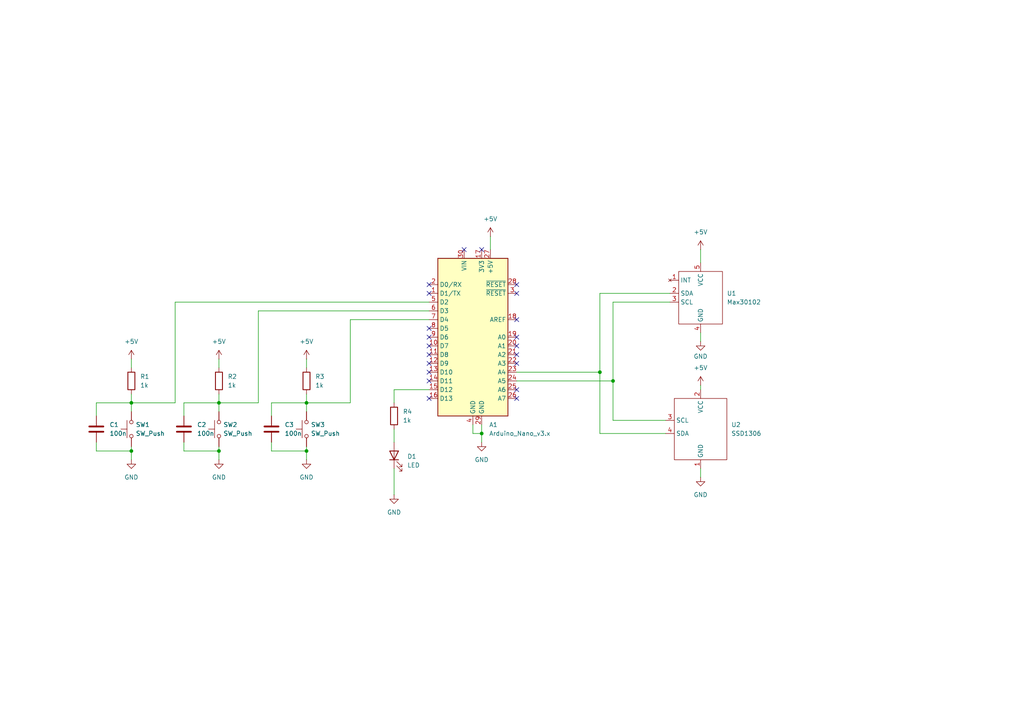
<source format=kicad_sch>
(kicad_sch
	(version 20250114)
	(generator "eeschema")
	(generator_version "9.0")
	(uuid "122d571e-021f-4d74-8d9d-568556bda226")
	(paper "A4")
	(lib_symbols
		(symbol "Device:C"
			(pin_numbers
				(hide yes)
			)
			(pin_names
				(offset 0.254)
			)
			(exclude_from_sim no)
			(in_bom yes)
			(on_board yes)
			(property "Reference" "C"
				(at 0.635 2.54 0)
				(effects
					(font
						(size 1.27 1.27)
					)
					(justify left)
				)
			)
			(property "Value" "C"
				(at 0.635 -2.54 0)
				(effects
					(font
						(size 1.27 1.27)
					)
					(justify left)
				)
			)
			(property "Footprint" ""
				(at 0.9652 -3.81 0)
				(effects
					(font
						(size 1.27 1.27)
					)
					(hide yes)
				)
			)
			(property "Datasheet" "~"
				(at 0 0 0)
				(effects
					(font
						(size 1.27 1.27)
					)
					(hide yes)
				)
			)
			(property "Description" "Unpolarized capacitor"
				(at 0 0 0)
				(effects
					(font
						(size 1.27 1.27)
					)
					(hide yes)
				)
			)
			(property "ki_keywords" "cap capacitor"
				(at 0 0 0)
				(effects
					(font
						(size 1.27 1.27)
					)
					(hide yes)
				)
			)
			(property "ki_fp_filters" "C_*"
				(at 0 0 0)
				(effects
					(font
						(size 1.27 1.27)
					)
					(hide yes)
				)
			)
			(symbol "C_0_1"
				(polyline
					(pts
						(xy -2.032 0.762) (xy 2.032 0.762)
					)
					(stroke
						(width 0.508)
						(type default)
					)
					(fill
						(type none)
					)
				)
				(polyline
					(pts
						(xy -2.032 -0.762) (xy 2.032 -0.762)
					)
					(stroke
						(width 0.508)
						(type default)
					)
					(fill
						(type none)
					)
				)
			)
			(symbol "C_1_1"
				(pin passive line
					(at 0 3.81 270)
					(length 2.794)
					(name "~"
						(effects
							(font
								(size 1.27 1.27)
							)
						)
					)
					(number "1"
						(effects
							(font
								(size 1.27 1.27)
							)
						)
					)
				)
				(pin passive line
					(at 0 -3.81 90)
					(length 2.794)
					(name "~"
						(effects
							(font
								(size 1.27 1.27)
							)
						)
					)
					(number "2"
						(effects
							(font
								(size 1.27 1.27)
							)
						)
					)
				)
			)
			(embedded_fonts no)
		)
		(symbol "Device:LED"
			(pin_numbers
				(hide yes)
			)
			(pin_names
				(offset 1.016)
				(hide yes)
			)
			(exclude_from_sim no)
			(in_bom yes)
			(on_board yes)
			(property "Reference" "D"
				(at 0 2.54 0)
				(effects
					(font
						(size 1.27 1.27)
					)
				)
			)
			(property "Value" "LED"
				(at 0 -2.54 0)
				(effects
					(font
						(size 1.27 1.27)
					)
				)
			)
			(property "Footprint" ""
				(at 0 0 0)
				(effects
					(font
						(size 1.27 1.27)
					)
					(hide yes)
				)
			)
			(property "Datasheet" "~"
				(at 0 0 0)
				(effects
					(font
						(size 1.27 1.27)
					)
					(hide yes)
				)
			)
			(property "Description" "Light emitting diode"
				(at 0 0 0)
				(effects
					(font
						(size 1.27 1.27)
					)
					(hide yes)
				)
			)
			(property "Sim.Pins" "1=K 2=A"
				(at 0 0 0)
				(effects
					(font
						(size 1.27 1.27)
					)
					(hide yes)
				)
			)
			(property "ki_keywords" "LED diode"
				(at 0 0 0)
				(effects
					(font
						(size 1.27 1.27)
					)
					(hide yes)
				)
			)
			(property "ki_fp_filters" "LED* LED_SMD:* LED_THT:*"
				(at 0 0 0)
				(effects
					(font
						(size 1.27 1.27)
					)
					(hide yes)
				)
			)
			(symbol "LED_0_1"
				(polyline
					(pts
						(xy -3.048 -0.762) (xy -4.572 -2.286) (xy -3.81 -2.286) (xy -4.572 -2.286) (xy -4.572 -1.524)
					)
					(stroke
						(width 0)
						(type default)
					)
					(fill
						(type none)
					)
				)
				(polyline
					(pts
						(xy -1.778 -0.762) (xy -3.302 -2.286) (xy -2.54 -2.286) (xy -3.302 -2.286) (xy -3.302 -1.524)
					)
					(stroke
						(width 0)
						(type default)
					)
					(fill
						(type none)
					)
				)
				(polyline
					(pts
						(xy -1.27 0) (xy 1.27 0)
					)
					(stroke
						(width 0)
						(type default)
					)
					(fill
						(type none)
					)
				)
				(polyline
					(pts
						(xy -1.27 -1.27) (xy -1.27 1.27)
					)
					(stroke
						(width 0.254)
						(type default)
					)
					(fill
						(type none)
					)
				)
				(polyline
					(pts
						(xy 1.27 -1.27) (xy 1.27 1.27) (xy -1.27 0) (xy 1.27 -1.27)
					)
					(stroke
						(width 0.254)
						(type default)
					)
					(fill
						(type none)
					)
				)
			)
			(symbol "LED_1_1"
				(pin passive line
					(at -3.81 0 0)
					(length 2.54)
					(name "K"
						(effects
							(font
								(size 1.27 1.27)
							)
						)
					)
					(number "1"
						(effects
							(font
								(size 1.27 1.27)
							)
						)
					)
				)
				(pin passive line
					(at 3.81 0 180)
					(length 2.54)
					(name "A"
						(effects
							(font
								(size 1.27 1.27)
							)
						)
					)
					(number "2"
						(effects
							(font
								(size 1.27 1.27)
							)
						)
					)
				)
			)
			(embedded_fonts no)
		)
		(symbol "Device:R"
			(pin_numbers
				(hide yes)
			)
			(pin_names
				(offset 0)
			)
			(exclude_from_sim no)
			(in_bom yes)
			(on_board yes)
			(property "Reference" "R"
				(at 2.032 0 90)
				(effects
					(font
						(size 1.27 1.27)
					)
				)
			)
			(property "Value" "R"
				(at 0 0 90)
				(effects
					(font
						(size 1.27 1.27)
					)
				)
			)
			(property "Footprint" ""
				(at -1.778 0 90)
				(effects
					(font
						(size 1.27 1.27)
					)
					(hide yes)
				)
			)
			(property "Datasheet" "~"
				(at 0 0 0)
				(effects
					(font
						(size 1.27 1.27)
					)
					(hide yes)
				)
			)
			(property "Description" "Resistor"
				(at 0 0 0)
				(effects
					(font
						(size 1.27 1.27)
					)
					(hide yes)
				)
			)
			(property "ki_keywords" "R res resistor"
				(at 0 0 0)
				(effects
					(font
						(size 1.27 1.27)
					)
					(hide yes)
				)
			)
			(property "ki_fp_filters" "R_*"
				(at 0 0 0)
				(effects
					(font
						(size 1.27 1.27)
					)
					(hide yes)
				)
			)
			(symbol "R_0_1"
				(rectangle
					(start -1.016 -2.54)
					(end 1.016 2.54)
					(stroke
						(width 0.254)
						(type default)
					)
					(fill
						(type none)
					)
				)
			)
			(symbol "R_1_1"
				(pin passive line
					(at 0 3.81 270)
					(length 1.27)
					(name "~"
						(effects
							(font
								(size 1.27 1.27)
							)
						)
					)
					(number "1"
						(effects
							(font
								(size 1.27 1.27)
							)
						)
					)
				)
				(pin passive line
					(at 0 -3.81 90)
					(length 1.27)
					(name "~"
						(effects
							(font
								(size 1.27 1.27)
							)
						)
					)
					(number "2"
						(effects
							(font
								(size 1.27 1.27)
							)
						)
					)
				)
			)
			(embedded_fonts no)
		)
		(symbol "MCU_Module:Arduino_Nano_v3.x"
			(exclude_from_sim no)
			(in_bom yes)
			(on_board yes)
			(property "Reference" "A"
				(at -10.16 23.495 0)
				(effects
					(font
						(size 1.27 1.27)
					)
					(justify left bottom)
				)
			)
			(property "Value" "Arduino_Nano_v3.x"
				(at 5.08 -24.13 0)
				(effects
					(font
						(size 1.27 1.27)
					)
					(justify left top)
				)
			)
			(property "Footprint" "Module:Arduino_Nano"
				(at 0 0 0)
				(effects
					(font
						(size 1.27 1.27)
						(italic yes)
					)
					(hide yes)
				)
			)
			(property "Datasheet" "http://www.mouser.com/pdfdocs/Gravitech_Arduino_Nano3_0.pdf"
				(at 0 0 0)
				(effects
					(font
						(size 1.27 1.27)
					)
					(hide yes)
				)
			)
			(property "Description" "Arduino Nano v3.x"
				(at 0 0 0)
				(effects
					(font
						(size 1.27 1.27)
					)
					(hide yes)
				)
			)
			(property "ki_keywords" "Arduino nano microcontroller module USB"
				(at 0 0 0)
				(effects
					(font
						(size 1.27 1.27)
					)
					(hide yes)
				)
			)
			(property "ki_fp_filters" "Arduino*Nano*"
				(at 0 0 0)
				(effects
					(font
						(size 1.27 1.27)
					)
					(hide yes)
				)
			)
			(symbol "Arduino_Nano_v3.x_0_1"
				(rectangle
					(start -10.16 22.86)
					(end 10.16 -22.86)
					(stroke
						(width 0.254)
						(type default)
					)
					(fill
						(type background)
					)
				)
			)
			(symbol "Arduino_Nano_v3.x_1_1"
				(pin bidirectional line
					(at -12.7 15.24 0)
					(length 2.54)
					(name "D0/RX"
						(effects
							(font
								(size 1.27 1.27)
							)
						)
					)
					(number "2"
						(effects
							(font
								(size 1.27 1.27)
							)
						)
					)
				)
				(pin bidirectional line
					(at -12.7 12.7 0)
					(length 2.54)
					(name "D1/TX"
						(effects
							(font
								(size 1.27 1.27)
							)
						)
					)
					(number "1"
						(effects
							(font
								(size 1.27 1.27)
							)
						)
					)
				)
				(pin bidirectional line
					(at -12.7 10.16 0)
					(length 2.54)
					(name "D2"
						(effects
							(font
								(size 1.27 1.27)
							)
						)
					)
					(number "5"
						(effects
							(font
								(size 1.27 1.27)
							)
						)
					)
				)
				(pin bidirectional line
					(at -12.7 7.62 0)
					(length 2.54)
					(name "D3"
						(effects
							(font
								(size 1.27 1.27)
							)
						)
					)
					(number "6"
						(effects
							(font
								(size 1.27 1.27)
							)
						)
					)
				)
				(pin bidirectional line
					(at -12.7 5.08 0)
					(length 2.54)
					(name "D4"
						(effects
							(font
								(size 1.27 1.27)
							)
						)
					)
					(number "7"
						(effects
							(font
								(size 1.27 1.27)
							)
						)
					)
				)
				(pin bidirectional line
					(at -12.7 2.54 0)
					(length 2.54)
					(name "D5"
						(effects
							(font
								(size 1.27 1.27)
							)
						)
					)
					(number "8"
						(effects
							(font
								(size 1.27 1.27)
							)
						)
					)
				)
				(pin bidirectional line
					(at -12.7 0 0)
					(length 2.54)
					(name "D6"
						(effects
							(font
								(size 1.27 1.27)
							)
						)
					)
					(number "9"
						(effects
							(font
								(size 1.27 1.27)
							)
						)
					)
				)
				(pin bidirectional line
					(at -12.7 -2.54 0)
					(length 2.54)
					(name "D7"
						(effects
							(font
								(size 1.27 1.27)
							)
						)
					)
					(number "10"
						(effects
							(font
								(size 1.27 1.27)
							)
						)
					)
				)
				(pin bidirectional line
					(at -12.7 -5.08 0)
					(length 2.54)
					(name "D8"
						(effects
							(font
								(size 1.27 1.27)
							)
						)
					)
					(number "11"
						(effects
							(font
								(size 1.27 1.27)
							)
						)
					)
				)
				(pin bidirectional line
					(at -12.7 -7.62 0)
					(length 2.54)
					(name "D9"
						(effects
							(font
								(size 1.27 1.27)
							)
						)
					)
					(number "12"
						(effects
							(font
								(size 1.27 1.27)
							)
						)
					)
				)
				(pin bidirectional line
					(at -12.7 -10.16 0)
					(length 2.54)
					(name "D10"
						(effects
							(font
								(size 1.27 1.27)
							)
						)
					)
					(number "13"
						(effects
							(font
								(size 1.27 1.27)
							)
						)
					)
				)
				(pin bidirectional line
					(at -12.7 -12.7 0)
					(length 2.54)
					(name "D11"
						(effects
							(font
								(size 1.27 1.27)
							)
						)
					)
					(number "14"
						(effects
							(font
								(size 1.27 1.27)
							)
						)
					)
				)
				(pin bidirectional line
					(at -12.7 -15.24 0)
					(length 2.54)
					(name "D12"
						(effects
							(font
								(size 1.27 1.27)
							)
						)
					)
					(number "15"
						(effects
							(font
								(size 1.27 1.27)
							)
						)
					)
				)
				(pin bidirectional line
					(at -12.7 -17.78 0)
					(length 2.54)
					(name "D13"
						(effects
							(font
								(size 1.27 1.27)
							)
						)
					)
					(number "16"
						(effects
							(font
								(size 1.27 1.27)
							)
						)
					)
				)
				(pin power_in line
					(at -2.54 25.4 270)
					(length 2.54)
					(name "VIN"
						(effects
							(font
								(size 1.27 1.27)
							)
						)
					)
					(number "30"
						(effects
							(font
								(size 1.27 1.27)
							)
						)
					)
				)
				(pin power_in line
					(at 0 -25.4 90)
					(length 2.54)
					(name "GND"
						(effects
							(font
								(size 1.27 1.27)
							)
						)
					)
					(number "4"
						(effects
							(font
								(size 1.27 1.27)
							)
						)
					)
				)
				(pin power_out line
					(at 2.54 25.4 270)
					(length 2.54)
					(name "3V3"
						(effects
							(font
								(size 1.27 1.27)
							)
						)
					)
					(number "17"
						(effects
							(font
								(size 1.27 1.27)
							)
						)
					)
				)
				(pin power_in line
					(at 2.54 -25.4 90)
					(length 2.54)
					(name "GND"
						(effects
							(font
								(size 1.27 1.27)
							)
						)
					)
					(number "29"
						(effects
							(font
								(size 1.27 1.27)
							)
						)
					)
				)
				(pin power_out line
					(at 5.08 25.4 270)
					(length 2.54)
					(name "+5V"
						(effects
							(font
								(size 1.27 1.27)
							)
						)
					)
					(number "27"
						(effects
							(font
								(size 1.27 1.27)
							)
						)
					)
				)
				(pin input line
					(at 12.7 15.24 180)
					(length 2.54)
					(name "~{RESET}"
						(effects
							(font
								(size 1.27 1.27)
							)
						)
					)
					(number "28"
						(effects
							(font
								(size 1.27 1.27)
							)
						)
					)
				)
				(pin input line
					(at 12.7 12.7 180)
					(length 2.54)
					(name "~{RESET}"
						(effects
							(font
								(size 1.27 1.27)
							)
						)
					)
					(number "3"
						(effects
							(font
								(size 1.27 1.27)
							)
						)
					)
				)
				(pin input line
					(at 12.7 5.08 180)
					(length 2.54)
					(name "AREF"
						(effects
							(font
								(size 1.27 1.27)
							)
						)
					)
					(number "18"
						(effects
							(font
								(size 1.27 1.27)
							)
						)
					)
				)
				(pin bidirectional line
					(at 12.7 0 180)
					(length 2.54)
					(name "A0"
						(effects
							(font
								(size 1.27 1.27)
							)
						)
					)
					(number "19"
						(effects
							(font
								(size 1.27 1.27)
							)
						)
					)
				)
				(pin bidirectional line
					(at 12.7 -2.54 180)
					(length 2.54)
					(name "A1"
						(effects
							(font
								(size 1.27 1.27)
							)
						)
					)
					(number "20"
						(effects
							(font
								(size 1.27 1.27)
							)
						)
					)
				)
				(pin bidirectional line
					(at 12.7 -5.08 180)
					(length 2.54)
					(name "A2"
						(effects
							(font
								(size 1.27 1.27)
							)
						)
					)
					(number "21"
						(effects
							(font
								(size 1.27 1.27)
							)
						)
					)
				)
				(pin bidirectional line
					(at 12.7 -7.62 180)
					(length 2.54)
					(name "A3"
						(effects
							(font
								(size 1.27 1.27)
							)
						)
					)
					(number "22"
						(effects
							(font
								(size 1.27 1.27)
							)
						)
					)
				)
				(pin bidirectional line
					(at 12.7 -10.16 180)
					(length 2.54)
					(name "A4"
						(effects
							(font
								(size 1.27 1.27)
							)
						)
					)
					(number "23"
						(effects
							(font
								(size 1.27 1.27)
							)
						)
					)
				)
				(pin bidirectional line
					(at 12.7 -12.7 180)
					(length 2.54)
					(name "A5"
						(effects
							(font
								(size 1.27 1.27)
							)
						)
					)
					(number "24"
						(effects
							(font
								(size 1.27 1.27)
							)
						)
					)
				)
				(pin bidirectional line
					(at 12.7 -15.24 180)
					(length 2.54)
					(name "A6"
						(effects
							(font
								(size 1.27 1.27)
							)
						)
					)
					(number "25"
						(effects
							(font
								(size 1.27 1.27)
							)
						)
					)
				)
				(pin bidirectional line
					(at 12.7 -17.78 180)
					(length 2.54)
					(name "A7"
						(effects
							(font
								(size 1.27 1.27)
							)
						)
					)
					(number "26"
						(effects
							(font
								(size 1.27 1.27)
							)
						)
					)
				)
			)
			(embedded_fonts no)
		)
		(symbol "New_Library:Max30102_module"
			(exclude_from_sim no)
			(in_bom yes)
			(on_board yes)
			(property "Reference" "U"
				(at 0 0 0)
				(effects
					(font
						(size 1.27 1.27)
					)
				)
			)
			(property "Value" "Max30102"
				(at 12.192 0 0)
				(effects
					(font
						(size 1.27 1.27)
					)
				)
			)
			(property "Footprint" ""
				(at 0 0 0)
				(effects
					(font
						(size 1.27 1.27)
					)
					(hide yes)
				)
			)
			(property "Datasheet" ""
				(at 0 0 0)
				(effects
					(font
						(size 1.27 1.27)
					)
					(hide yes)
				)
			)
			(property "Description" ""
				(at 0 0 0)
				(effects
					(font
						(size 1.27 1.27)
					)
					(hide yes)
				)
			)
			(symbol "Max30102_module_0_1"
				(rectangle
					(start -6.35 7.62)
					(end 6.35 -7.62)
					(stroke
						(width 0)
						(type default)
					)
					(fill
						(type none)
					)
				)
			)
			(symbol "Max30102_module_1_1"
				(pin no_connect line
					(at -8.89 5.08 0)
					(length 2.54)
					(name "INT"
						(effects
							(font
								(size 1.27 1.27)
							)
						)
					)
					(number "1"
						(effects
							(font
								(size 1.27 1.27)
							)
						)
					)
				)
				(pin bidirectional line
					(at -8.89 1.27 0)
					(length 2.54)
					(name "SDA"
						(effects
							(font
								(size 1.27 1.27)
							)
						)
					)
					(number "2"
						(effects
							(font
								(size 1.27 1.27)
							)
						)
					)
				)
				(pin input line
					(at -8.89 -1.27 0)
					(length 2.54)
					(name "SCL"
						(effects
							(font
								(size 1.27 1.27)
							)
						)
					)
					(number "3"
						(effects
							(font
								(size 1.27 1.27)
							)
						)
					)
				)
				(pin power_in line
					(at 0 10.16 270)
					(length 2.54)
					(name "VCC"
						(effects
							(font
								(size 1.27 1.27)
							)
						)
					)
					(number "5"
						(effects
							(font
								(size 1.27 1.27)
							)
						)
					)
				)
				(pin power_in line
					(at 0 -10.16 90)
					(length 2.54)
					(name "GND"
						(effects
							(font
								(size 1.27 1.27)
							)
						)
					)
					(number "4"
						(effects
							(font
								(size 1.27 1.27)
							)
						)
					)
				)
			)
			(embedded_fonts no)
		)
		(symbol "New_Library:SSD1306"
			(exclude_from_sim no)
			(in_bom yes)
			(on_board yes)
			(property "Reference" "U"
				(at 0 0 0)
				(effects
					(font
						(size 1.27 1.27)
					)
				)
			)
			(property "Value" "SSD1306"
				(at 12.192 -0.254 0)
				(effects
					(font
						(size 1.27 1.27)
					)
				)
			)
			(property "Footprint" ""
				(at 0 0 0)
				(effects
					(font
						(size 1.27 1.27)
					)
					(hide yes)
				)
			)
			(property "Datasheet" ""
				(at 0 0 0)
				(effects
					(font
						(size 1.27 1.27)
					)
					(hide yes)
				)
			)
			(property "Description" ""
				(at 0 0 0)
				(effects
					(font
						(size 1.27 1.27)
					)
					(hide yes)
				)
			)
			(symbol "SSD1306_0_1"
				(rectangle
					(start -7.62 7.62)
					(end 7.62 -10.16)
					(stroke
						(width 0)
						(type default)
					)
					(fill
						(type none)
					)
				)
			)
			(symbol "SSD1306_1_1"
				(pin input line
					(at -10.16 1.27 0)
					(length 2.54)
					(name "SCL"
						(effects
							(font
								(size 1.27 1.27)
							)
						)
					)
					(number "3"
						(effects
							(font
								(size 1.27 1.27)
							)
						)
					)
				)
				(pin bidirectional line
					(at -10.16 -2.54 0)
					(length 2.54)
					(name "SDA"
						(effects
							(font
								(size 1.27 1.27)
							)
						)
					)
					(number "4"
						(effects
							(font
								(size 1.27 1.27)
							)
						)
					)
				)
				(pin power_in line
					(at 0 10.16 270)
					(length 2.54)
					(name "VCC"
						(effects
							(font
								(size 1.27 1.27)
							)
						)
					)
					(number "2"
						(effects
							(font
								(size 1.27 1.27)
							)
						)
					)
				)
				(pin power_in line
					(at 0 -12.7 90)
					(length 2.54)
					(name "GND"
						(effects
							(font
								(size 1.27 1.27)
							)
						)
					)
					(number "1"
						(effects
							(font
								(size 1.27 1.27)
							)
						)
					)
				)
			)
			(embedded_fonts no)
		)
		(symbol "Switch:SW_Push"
			(pin_numbers
				(hide yes)
			)
			(pin_names
				(offset 1.016)
				(hide yes)
			)
			(exclude_from_sim no)
			(in_bom yes)
			(on_board yes)
			(property "Reference" "SW"
				(at 1.27 2.54 0)
				(effects
					(font
						(size 1.27 1.27)
					)
					(justify left)
				)
			)
			(property "Value" "SW_Push"
				(at 0 -1.524 0)
				(effects
					(font
						(size 1.27 1.27)
					)
				)
			)
			(property "Footprint" ""
				(at 0 5.08 0)
				(effects
					(font
						(size 1.27 1.27)
					)
					(hide yes)
				)
			)
			(property "Datasheet" "~"
				(at 0 5.08 0)
				(effects
					(font
						(size 1.27 1.27)
					)
					(hide yes)
				)
			)
			(property "Description" "Push button switch, generic, two pins"
				(at 0 0 0)
				(effects
					(font
						(size 1.27 1.27)
					)
					(hide yes)
				)
			)
			(property "ki_keywords" "switch normally-open pushbutton push-button"
				(at 0 0 0)
				(effects
					(font
						(size 1.27 1.27)
					)
					(hide yes)
				)
			)
			(symbol "SW_Push_0_1"
				(circle
					(center -2.032 0)
					(radius 0.508)
					(stroke
						(width 0)
						(type default)
					)
					(fill
						(type none)
					)
				)
				(polyline
					(pts
						(xy 0 1.27) (xy 0 3.048)
					)
					(stroke
						(width 0)
						(type default)
					)
					(fill
						(type none)
					)
				)
				(circle
					(center 2.032 0)
					(radius 0.508)
					(stroke
						(width 0)
						(type default)
					)
					(fill
						(type none)
					)
				)
				(polyline
					(pts
						(xy 2.54 1.27) (xy -2.54 1.27)
					)
					(stroke
						(width 0)
						(type default)
					)
					(fill
						(type none)
					)
				)
				(pin passive line
					(at -5.08 0 0)
					(length 2.54)
					(name "1"
						(effects
							(font
								(size 1.27 1.27)
							)
						)
					)
					(number "1"
						(effects
							(font
								(size 1.27 1.27)
							)
						)
					)
				)
				(pin passive line
					(at 5.08 0 180)
					(length 2.54)
					(name "2"
						(effects
							(font
								(size 1.27 1.27)
							)
						)
					)
					(number "2"
						(effects
							(font
								(size 1.27 1.27)
							)
						)
					)
				)
			)
			(embedded_fonts no)
		)
		(symbol "power:+5V"
			(power)
			(pin_numbers
				(hide yes)
			)
			(pin_names
				(offset 0)
				(hide yes)
			)
			(exclude_from_sim no)
			(in_bom yes)
			(on_board yes)
			(property "Reference" "#PWR"
				(at 0 -3.81 0)
				(effects
					(font
						(size 1.27 1.27)
					)
					(hide yes)
				)
			)
			(property "Value" "+5V"
				(at 0 3.556 0)
				(effects
					(font
						(size 1.27 1.27)
					)
				)
			)
			(property "Footprint" ""
				(at 0 0 0)
				(effects
					(font
						(size 1.27 1.27)
					)
					(hide yes)
				)
			)
			(property "Datasheet" ""
				(at 0 0 0)
				(effects
					(font
						(size 1.27 1.27)
					)
					(hide yes)
				)
			)
			(property "Description" "Power symbol creates a global label with name \"+5V\""
				(at 0 0 0)
				(effects
					(font
						(size 1.27 1.27)
					)
					(hide yes)
				)
			)
			(property "ki_keywords" "global power"
				(at 0 0 0)
				(effects
					(font
						(size 1.27 1.27)
					)
					(hide yes)
				)
			)
			(symbol "+5V_0_1"
				(polyline
					(pts
						(xy -0.762 1.27) (xy 0 2.54)
					)
					(stroke
						(width 0)
						(type default)
					)
					(fill
						(type none)
					)
				)
				(polyline
					(pts
						(xy 0 2.54) (xy 0.762 1.27)
					)
					(stroke
						(width 0)
						(type default)
					)
					(fill
						(type none)
					)
				)
				(polyline
					(pts
						(xy 0 0) (xy 0 2.54)
					)
					(stroke
						(width 0)
						(type default)
					)
					(fill
						(type none)
					)
				)
			)
			(symbol "+5V_1_1"
				(pin power_in line
					(at 0 0 90)
					(length 0)
					(name "~"
						(effects
							(font
								(size 1.27 1.27)
							)
						)
					)
					(number "1"
						(effects
							(font
								(size 1.27 1.27)
							)
						)
					)
				)
			)
			(embedded_fonts no)
		)
		(symbol "power:GND"
			(power)
			(pin_numbers
				(hide yes)
			)
			(pin_names
				(offset 0)
				(hide yes)
			)
			(exclude_from_sim no)
			(in_bom yes)
			(on_board yes)
			(property "Reference" "#PWR"
				(at 0 -6.35 0)
				(effects
					(font
						(size 1.27 1.27)
					)
					(hide yes)
				)
			)
			(property "Value" "GND"
				(at 0 -3.81 0)
				(effects
					(font
						(size 1.27 1.27)
					)
				)
			)
			(property "Footprint" ""
				(at 0 0 0)
				(effects
					(font
						(size 1.27 1.27)
					)
					(hide yes)
				)
			)
			(property "Datasheet" ""
				(at 0 0 0)
				(effects
					(font
						(size 1.27 1.27)
					)
					(hide yes)
				)
			)
			(property "Description" "Power symbol creates a global label with name \"GND\" , ground"
				(at 0 0 0)
				(effects
					(font
						(size 1.27 1.27)
					)
					(hide yes)
				)
			)
			(property "ki_keywords" "global power"
				(at 0 0 0)
				(effects
					(font
						(size 1.27 1.27)
					)
					(hide yes)
				)
			)
			(symbol "GND_0_1"
				(polyline
					(pts
						(xy 0 0) (xy 0 -1.27) (xy 1.27 -1.27) (xy 0 -2.54) (xy -1.27 -1.27) (xy 0 -1.27)
					)
					(stroke
						(width 0)
						(type default)
					)
					(fill
						(type none)
					)
				)
			)
			(symbol "GND_1_1"
				(pin power_in line
					(at 0 0 270)
					(length 0)
					(name "~"
						(effects
							(font
								(size 1.27 1.27)
							)
						)
					)
					(number "1"
						(effects
							(font
								(size 1.27 1.27)
							)
						)
					)
				)
			)
			(embedded_fonts no)
		)
	)
	(junction
		(at 63.5 130.81)
		(diameter 0)
		(color 0 0 0 0)
		(uuid "183b3fa2-e010-4e1e-9188-ebd609bff086")
	)
	(junction
		(at 139.7 125.73)
		(diameter 0)
		(color 0 0 0 0)
		(uuid "194712d1-8bf4-4ea0-a950-821291d8ea37")
	)
	(junction
		(at 177.8 110.49)
		(diameter 0)
		(color 0 0 0 0)
		(uuid "3b2e909c-df3e-42a6-9620-353c8062970f")
	)
	(junction
		(at 88.9 130.81)
		(diameter 0)
		(color 0 0 0 0)
		(uuid "7a52acb2-57b8-493c-a68f-d3c4674b22d1")
	)
	(junction
		(at 38.1 130.81)
		(diameter 0)
		(color 0 0 0 0)
		(uuid "918ace79-26db-420d-97ad-c17210d7e6fa")
	)
	(junction
		(at 38.1 116.84)
		(diameter 0)
		(color 0 0 0 0)
		(uuid "9c960544-0bec-467d-bc55-bab202efcfff")
	)
	(junction
		(at 88.9 116.84)
		(diameter 0)
		(color 0 0 0 0)
		(uuid "ba6fd6ed-6fe6-4127-90ef-a9120ac983a8")
	)
	(junction
		(at 63.5 116.84)
		(diameter 0)
		(color 0 0 0 0)
		(uuid "ba8328cd-50cf-4bda-b25d-8f301a3b2f94")
	)
	(junction
		(at 173.99 107.95)
		(diameter 0)
		(color 0 0 0 0)
		(uuid "e70709ca-e18a-47a0-93c9-01291bc78584")
	)
	(no_connect
		(at 149.86 100.33)
		(uuid "2c49baa3-936a-4b66-8eac-2b8ec4e60acb")
	)
	(no_connect
		(at 149.86 85.09)
		(uuid "305e0724-5d89-44b8-a2a7-186d6ef8d996")
	)
	(no_connect
		(at 124.46 82.55)
		(uuid "33f134f9-4e11-4bcd-8c81-d71d372198fb")
	)
	(no_connect
		(at 134.62 72.39)
		(uuid "52e7c254-ddf8-4f77-87ec-e12b28744882")
	)
	(no_connect
		(at 124.46 100.33)
		(uuid "647390d0-e94b-4ef6-b130-b8ca119f4f73")
	)
	(no_connect
		(at 149.86 105.41)
		(uuid "83288515-5f70-4cec-909c-4ba03df1eca0")
	)
	(no_connect
		(at 149.86 92.71)
		(uuid "8776e4f0-1dee-4990-8695-affa4ad792e8")
	)
	(no_connect
		(at 124.46 105.41)
		(uuid "87dd2974-e4f4-43c6-ae7c-f4eba95a4508")
	)
	(no_connect
		(at 149.86 82.55)
		(uuid "8d0f9cbc-2c74-44ca-8cb8-9516a053f85d")
	)
	(no_connect
		(at 149.86 113.03)
		(uuid "9f67502c-b42f-4088-bbdf-170c92506e8b")
	)
	(no_connect
		(at 124.46 95.25)
		(uuid "a410624f-1e0a-4a47-8d01-acc54ce34f90")
	)
	(no_connect
		(at 124.46 115.57)
		(uuid "a6b059f3-a894-44e2-9316-5240edc82c17")
	)
	(no_connect
		(at 139.7 72.39)
		(uuid "a9e5a16b-82b1-4c7b-80b2-3f96d1b1ac4c")
	)
	(no_connect
		(at 124.46 97.79)
		(uuid "b3428cd1-7f70-4541-99c3-c3cb5aff256b")
	)
	(no_connect
		(at 149.86 102.87)
		(uuid "b802ef29-d94c-4358-907a-fc5812313ed5")
	)
	(no_connect
		(at 124.46 110.49)
		(uuid "b9817110-1a93-41ad-9567-7939ed6ac165")
	)
	(no_connect
		(at 124.46 107.95)
		(uuid "bb4ef2d9-93e0-41ef-88b7-d696012127c9")
	)
	(no_connect
		(at 124.46 85.09)
		(uuid "c493321c-9a59-4b37-9496-533cfe848f30")
	)
	(no_connect
		(at 149.86 115.57)
		(uuid "e305e248-3e82-46ba-b016-4b79a45b413c")
	)
	(no_connect
		(at 149.86 97.79)
		(uuid "e4579d61-993b-4f15-918e-4e76609a261d")
	)
	(no_connect
		(at 124.46 102.87)
		(uuid "f3381608-5e6a-492b-b394-83de615d056c")
	)
	(wire
		(pts
			(xy 78.74 128.27) (xy 78.74 130.81)
		)
		(stroke
			(width 0)
			(type default)
		)
		(uuid "04cef733-87e5-441b-9840-9e9324c959b3")
	)
	(wire
		(pts
			(xy 27.94 120.65) (xy 27.94 116.84)
		)
		(stroke
			(width 0)
			(type default)
		)
		(uuid "06344c9e-e732-4063-a9e6-848ffed95131")
	)
	(wire
		(pts
			(xy 38.1 129.54) (xy 38.1 130.81)
		)
		(stroke
			(width 0)
			(type default)
		)
		(uuid "160b91cb-4eb3-47f3-bb53-468fce37fa3e")
	)
	(wire
		(pts
			(xy 53.34 120.65) (xy 53.34 116.84)
		)
		(stroke
			(width 0)
			(type default)
		)
		(uuid "18e360f4-6d22-40ca-a780-a7e431a73b3f")
	)
	(wire
		(pts
			(xy 101.6 116.84) (xy 101.6 92.71)
		)
		(stroke
			(width 0)
			(type default)
		)
		(uuid "192444ef-0218-47e2-b016-f1ab3bb740ef")
	)
	(wire
		(pts
			(xy 63.5 104.14) (xy 63.5 106.68)
		)
		(stroke
			(width 0)
			(type default)
		)
		(uuid "1b9344b2-066a-4fb6-9a50-b98f949e8413")
	)
	(wire
		(pts
			(xy 74.93 90.17) (xy 124.46 90.17)
		)
		(stroke
			(width 0)
			(type default)
		)
		(uuid "1d8ae03c-58cc-4746-a579-05684fb76fca")
	)
	(wire
		(pts
			(xy 38.1 114.3) (xy 38.1 116.84)
		)
		(stroke
			(width 0)
			(type default)
		)
		(uuid "21ec2740-ab58-45f7-aa16-d67ec322fdcd")
	)
	(wire
		(pts
			(xy 139.7 125.73) (xy 139.7 128.27)
		)
		(stroke
			(width 0)
			(type default)
		)
		(uuid "235d71de-fb66-49c9-ba02-9697758d3262")
	)
	(wire
		(pts
			(xy 63.5 116.84) (xy 63.5 119.38)
		)
		(stroke
			(width 0)
			(type default)
		)
		(uuid "260469dd-d850-4a1a-a07b-f71e16ee50a7")
	)
	(wire
		(pts
			(xy 50.8 87.63) (xy 124.46 87.63)
		)
		(stroke
			(width 0)
			(type default)
		)
		(uuid "29cb5a45-d4bf-4100-b556-b1d6ff07fbff")
	)
	(wire
		(pts
			(xy 50.8 116.84) (xy 50.8 87.63)
		)
		(stroke
			(width 0)
			(type default)
		)
		(uuid "338bfd80-c9e4-4cba-b2c4-f86b86f4ade1")
	)
	(wire
		(pts
			(xy 173.99 85.09) (xy 173.99 107.95)
		)
		(stroke
			(width 0)
			(type default)
		)
		(uuid "36ee9b59-f9b5-428a-b8c3-920399101582")
	)
	(wire
		(pts
			(xy 88.9 129.54) (xy 88.9 130.81)
		)
		(stroke
			(width 0)
			(type default)
		)
		(uuid "37abcb35-b8d0-4486-98e8-06474f27648f")
	)
	(wire
		(pts
			(xy 177.8 110.49) (xy 177.8 121.92)
		)
		(stroke
			(width 0)
			(type default)
		)
		(uuid "3894ecc5-6338-446b-92dc-4bd4b1a8644c")
	)
	(wire
		(pts
			(xy 194.31 85.09) (xy 173.99 85.09)
		)
		(stroke
			(width 0)
			(type default)
		)
		(uuid "3aaf0fcc-d909-4660-9b2f-36493bd7c7c9")
	)
	(wire
		(pts
			(xy 137.16 125.73) (xy 139.7 125.73)
		)
		(stroke
			(width 0)
			(type default)
		)
		(uuid "3bdf270e-b922-4930-9f5d-e7cf29abb934")
	)
	(wire
		(pts
			(xy 173.99 125.73) (xy 193.04 125.73)
		)
		(stroke
			(width 0)
			(type default)
		)
		(uuid "3c81067d-9935-4ca8-8c96-de856d002322")
	)
	(wire
		(pts
			(xy 27.94 116.84) (xy 38.1 116.84)
		)
		(stroke
			(width 0)
			(type default)
		)
		(uuid "42d08e30-96e7-482c-9410-8b2f8bf29ca5")
	)
	(wire
		(pts
			(xy 203.2 135.89) (xy 203.2 138.43)
		)
		(stroke
			(width 0)
			(type default)
		)
		(uuid "469ba0c8-131c-4fc5-b666-60f7fe53eeee")
	)
	(wire
		(pts
			(xy 78.74 120.65) (xy 78.74 116.84)
		)
		(stroke
			(width 0)
			(type default)
		)
		(uuid "48635b00-85b6-43bd-abff-b5e5361ec970")
	)
	(wire
		(pts
			(xy 38.1 130.81) (xy 38.1 133.35)
		)
		(stroke
			(width 0)
			(type default)
		)
		(uuid "4e867383-dfa0-485b-85ff-7a088062248d")
	)
	(wire
		(pts
			(xy 177.8 121.92) (xy 193.04 121.92)
		)
		(stroke
			(width 0)
			(type default)
		)
		(uuid "5078f60f-b2cb-4a12-b160-a61458a6d633")
	)
	(wire
		(pts
			(xy 203.2 72.39) (xy 203.2 76.2)
		)
		(stroke
			(width 0)
			(type default)
		)
		(uuid "56e6fb2d-acad-46ef-8822-054dfbe49452")
	)
	(wire
		(pts
			(xy 38.1 116.84) (xy 50.8 116.84)
		)
		(stroke
			(width 0)
			(type default)
		)
		(uuid "6406d61f-e25a-4c51-922c-d7ee5fbf49d0")
	)
	(wire
		(pts
			(xy 114.3 124.46) (xy 114.3 128.27)
		)
		(stroke
			(width 0)
			(type default)
		)
		(uuid "665ad0c5-5daa-4930-bcc0-d0289cc0385b")
	)
	(wire
		(pts
			(xy 53.34 116.84) (xy 63.5 116.84)
		)
		(stroke
			(width 0)
			(type default)
		)
		(uuid "66e8c944-58d6-4711-9342-3a7bf428707a")
	)
	(wire
		(pts
			(xy 78.74 130.81) (xy 88.9 130.81)
		)
		(stroke
			(width 0)
			(type default)
		)
		(uuid "76382e23-73f9-430f-bbf0-9af2b5a9421f")
	)
	(wire
		(pts
			(xy 114.3 113.03) (xy 114.3 116.84)
		)
		(stroke
			(width 0)
			(type default)
		)
		(uuid "7d8bba5e-ead8-471d-bfaa-4ac878af659f")
	)
	(wire
		(pts
			(xy 149.86 107.95) (xy 173.99 107.95)
		)
		(stroke
			(width 0)
			(type default)
		)
		(uuid "89c0c459-df76-4840-97ea-4a398e64df18")
	)
	(wire
		(pts
			(xy 38.1 116.84) (xy 38.1 119.38)
		)
		(stroke
			(width 0)
			(type default)
		)
		(uuid "8a62c616-5193-409d-90ee-7cee8b3fb2f8")
	)
	(wire
		(pts
			(xy 139.7 123.19) (xy 139.7 125.73)
		)
		(stroke
			(width 0)
			(type default)
		)
		(uuid "8cdc2ed8-96e3-4f64-a042-53b653cedcd7")
	)
	(wire
		(pts
			(xy 203.2 111.76) (xy 203.2 113.03)
		)
		(stroke
			(width 0)
			(type default)
		)
		(uuid "8ce673c5-3964-40e2-a560-ad9f67380bd1")
	)
	(wire
		(pts
			(xy 173.99 107.95) (xy 173.99 125.73)
		)
		(stroke
			(width 0)
			(type default)
		)
		(uuid "90d89fb0-80c9-4549-a4a2-ba928f043acb")
	)
	(wire
		(pts
			(xy 142.24 68.58) (xy 142.24 72.39)
		)
		(stroke
			(width 0)
			(type default)
		)
		(uuid "93627f26-1f09-4ff3-928d-b92c225d3564")
	)
	(wire
		(pts
			(xy 53.34 130.81) (xy 63.5 130.81)
		)
		(stroke
			(width 0)
			(type default)
		)
		(uuid "93ee132d-bf53-4693-b21e-98c3c1be339d")
	)
	(wire
		(pts
			(xy 53.34 128.27) (xy 53.34 130.81)
		)
		(stroke
			(width 0)
			(type default)
		)
		(uuid "94be03fa-621f-4031-ab55-fae8a64f605a")
	)
	(wire
		(pts
			(xy 27.94 128.27) (xy 27.94 130.81)
		)
		(stroke
			(width 0)
			(type default)
		)
		(uuid "9f081871-4d45-4888-bf28-a7280284cad5")
	)
	(wire
		(pts
			(xy 194.31 87.63) (xy 177.8 87.63)
		)
		(stroke
			(width 0)
			(type default)
		)
		(uuid "a0356594-6191-4b00-8bb1-0c385076b280")
	)
	(wire
		(pts
			(xy 124.46 113.03) (xy 114.3 113.03)
		)
		(stroke
			(width 0)
			(type default)
		)
		(uuid "a53e730e-777c-4b3d-af2b-b2f31e3d4f09")
	)
	(wire
		(pts
			(xy 149.86 110.49) (xy 177.8 110.49)
		)
		(stroke
			(width 0)
			(type default)
		)
		(uuid "a6b79349-9abe-46e5-9be6-3f3c1fde2578")
	)
	(wire
		(pts
			(xy 63.5 116.84) (xy 74.93 116.84)
		)
		(stroke
			(width 0)
			(type default)
		)
		(uuid "ab8ddd91-308f-495d-8418-ef1bca9926ed")
	)
	(wire
		(pts
			(xy 88.9 104.14) (xy 88.9 106.68)
		)
		(stroke
			(width 0)
			(type default)
		)
		(uuid "b00a8b0f-ffed-46b9-9055-3108f8b5687a")
	)
	(wire
		(pts
			(xy 88.9 114.3) (xy 88.9 116.84)
		)
		(stroke
			(width 0)
			(type default)
		)
		(uuid "b82643db-b0ff-47eb-92f2-c72a303a6c8c")
	)
	(wire
		(pts
			(xy 203.2 96.52) (xy 203.2 99.06)
		)
		(stroke
			(width 0)
			(type default)
		)
		(uuid "b89c2e40-e9de-458a-a77b-b5efc32d3514")
	)
	(wire
		(pts
			(xy 27.94 130.81) (xy 38.1 130.81)
		)
		(stroke
			(width 0)
			(type default)
		)
		(uuid "ba569bb4-12af-483b-ada2-399a3d4562e0")
	)
	(wire
		(pts
			(xy 177.8 87.63) (xy 177.8 110.49)
		)
		(stroke
			(width 0)
			(type default)
		)
		(uuid "bc8bf345-950f-4c05-a248-64539c3fb305")
	)
	(wire
		(pts
			(xy 63.5 130.81) (xy 63.5 133.35)
		)
		(stroke
			(width 0)
			(type default)
		)
		(uuid "c30a0eee-25ca-4254-820d-fb9e1e0c8e0a")
	)
	(wire
		(pts
			(xy 114.3 135.89) (xy 114.3 143.51)
		)
		(stroke
			(width 0)
			(type default)
		)
		(uuid "c5451ab6-0ed5-4944-9ba9-2e4845733d2e")
	)
	(wire
		(pts
			(xy 101.6 92.71) (xy 124.46 92.71)
		)
		(stroke
			(width 0)
			(type default)
		)
		(uuid "c79a31b6-932a-4674-99de-2ed5f5b395e4")
	)
	(wire
		(pts
			(xy 78.74 116.84) (xy 88.9 116.84)
		)
		(stroke
			(width 0)
			(type default)
		)
		(uuid "ca959864-983f-4f4c-a323-f1b6c0f8f440")
	)
	(wire
		(pts
			(xy 88.9 116.84) (xy 88.9 119.38)
		)
		(stroke
			(width 0)
			(type default)
		)
		(uuid "ce578fee-75c0-40e2-915c-5559e47f5062")
	)
	(wire
		(pts
			(xy 38.1 104.14) (xy 38.1 106.68)
		)
		(stroke
			(width 0)
			(type default)
		)
		(uuid "cfce2fc3-664c-4a59-842c-be7b53eedc56")
	)
	(wire
		(pts
			(xy 63.5 129.54) (xy 63.5 130.81)
		)
		(stroke
			(width 0)
			(type default)
		)
		(uuid "d82c44d3-6356-4c5a-9948-196fc7a7fdc8")
	)
	(wire
		(pts
			(xy 88.9 130.81) (xy 88.9 133.35)
		)
		(stroke
			(width 0)
			(type default)
		)
		(uuid "d8ecd5b2-b4d1-49e2-b47a-110044ed34aa")
	)
	(wire
		(pts
			(xy 88.9 116.84) (xy 101.6 116.84)
		)
		(stroke
			(width 0)
			(type default)
		)
		(uuid "daad8ef4-c45b-4cbd-a2f0-9034357ce20e")
	)
	(wire
		(pts
			(xy 137.16 123.19) (xy 137.16 125.73)
		)
		(stroke
			(width 0)
			(type default)
		)
		(uuid "dd3ff480-2b9d-4bc5-9b3c-3f763c743626")
	)
	(wire
		(pts
			(xy 74.93 90.17) (xy 74.93 116.84)
		)
		(stroke
			(width 0)
			(type default)
		)
		(uuid "de8d93e9-4a32-4f56-9c8b-4a96166758c9")
	)
	(wire
		(pts
			(xy 63.5 114.3) (xy 63.5 116.84)
		)
		(stroke
			(width 0)
			(type default)
		)
		(uuid "e0bcf134-0992-4b0c-9f5a-e253d5deb8b7")
	)
	(symbol
		(lib_id "power:+5V")
		(at 88.9 104.14 0)
		(unit 1)
		(exclude_from_sim no)
		(in_bom yes)
		(on_board yes)
		(dnp no)
		(fields_autoplaced yes)
		(uuid "0bc157ee-6d40-4f0f-90a6-3c1c666c90da")
		(property "Reference" "#PWR07"
			(at 88.9 107.95 0)
			(effects
				(font
					(size 1.27 1.27)
				)
				(hide yes)
			)
		)
		(property "Value" "+5V"
			(at 88.9 99.06 0)
			(effects
				(font
					(size 1.27 1.27)
				)
			)
		)
		(property "Footprint" ""
			(at 88.9 104.14 0)
			(effects
				(font
					(size 1.27 1.27)
				)
				(hide yes)
			)
		)
		(property "Datasheet" ""
			(at 88.9 104.14 0)
			(effects
				(font
					(size 1.27 1.27)
				)
				(hide yes)
			)
		)
		(property "Description" "Power symbol creates a global label with name \"+5V\""
			(at 88.9 104.14 0)
			(effects
				(font
					(size 1.27 1.27)
				)
				(hide yes)
			)
		)
		(pin "1"
			(uuid "12e61447-d558-4296-bbaf-1e886145b635")
		)
		(instances
			(project "Design1"
				(path "/122d571e-021f-4d74-8d9d-568556bda226"
					(reference "#PWR07")
					(unit 1)
				)
			)
		)
	)
	(symbol
		(lib_id "power:GND")
		(at 88.9 133.35 0)
		(unit 1)
		(exclude_from_sim no)
		(in_bom yes)
		(on_board yes)
		(dnp no)
		(fields_autoplaced yes)
		(uuid "1b7e8150-3cfe-4f17-832e-02f78be6b984")
		(property "Reference" "#PWR08"
			(at 88.9 139.7 0)
			(effects
				(font
					(size 1.27 1.27)
				)
				(hide yes)
			)
		)
		(property "Value" "GND"
			(at 88.9 138.43 0)
			(effects
				(font
					(size 1.27 1.27)
				)
			)
		)
		(property "Footprint" ""
			(at 88.9 133.35 0)
			(effects
				(font
					(size 1.27 1.27)
				)
				(hide yes)
			)
		)
		(property "Datasheet" ""
			(at 88.9 133.35 0)
			(effects
				(font
					(size 1.27 1.27)
				)
				(hide yes)
			)
		)
		(property "Description" "Power symbol creates a global label with name \"GND\" , ground"
			(at 88.9 133.35 0)
			(effects
				(font
					(size 1.27 1.27)
				)
				(hide yes)
			)
		)
		(pin "1"
			(uuid "da75507f-77a3-4d98-b711-9301d2970a0e")
		)
		(instances
			(project "Design1"
				(path "/122d571e-021f-4d74-8d9d-568556bda226"
					(reference "#PWR08")
					(unit 1)
				)
			)
		)
	)
	(symbol
		(lib_id "power:GND")
		(at 38.1 133.35 0)
		(unit 1)
		(exclude_from_sim no)
		(in_bom yes)
		(on_board yes)
		(dnp no)
		(fields_autoplaced yes)
		(uuid "30fccc3c-01e4-4578-a37f-54280489c683")
		(property "Reference" "#PWR04"
			(at 38.1 139.7 0)
			(effects
				(font
					(size 1.27 1.27)
				)
				(hide yes)
			)
		)
		(property "Value" "GND"
			(at 38.1 138.43 0)
			(effects
				(font
					(size 1.27 1.27)
				)
			)
		)
		(property "Footprint" ""
			(at 38.1 133.35 0)
			(effects
				(font
					(size 1.27 1.27)
				)
				(hide yes)
			)
		)
		(property "Datasheet" ""
			(at 38.1 133.35 0)
			(effects
				(font
					(size 1.27 1.27)
				)
				(hide yes)
			)
		)
		(property "Description" "Power symbol creates a global label with name \"GND\" , ground"
			(at 38.1 133.35 0)
			(effects
				(font
					(size 1.27 1.27)
				)
				(hide yes)
			)
		)
		(pin "1"
			(uuid "317e6a70-bd63-4d45-b639-e8e41bc58ccc")
		)
		(instances
			(project ""
				(path "/122d571e-021f-4d74-8d9d-568556bda226"
					(reference "#PWR04")
					(unit 1)
				)
			)
		)
	)
	(symbol
		(lib_id "power:GND")
		(at 139.7 128.27 0)
		(unit 1)
		(exclude_from_sim no)
		(in_bom yes)
		(on_board yes)
		(dnp no)
		(fields_autoplaced yes)
		(uuid "3691d9c0-994b-4abd-81f2-4d7d6282c89f")
		(property "Reference" "#PWR02"
			(at 139.7 134.62 0)
			(effects
				(font
					(size 1.27 1.27)
				)
				(hide yes)
			)
		)
		(property "Value" "GND"
			(at 139.7 133.35 0)
			(effects
				(font
					(size 1.27 1.27)
				)
			)
		)
		(property "Footprint" ""
			(at 139.7 128.27 0)
			(effects
				(font
					(size 1.27 1.27)
				)
				(hide yes)
			)
		)
		(property "Datasheet" ""
			(at 139.7 128.27 0)
			(effects
				(font
					(size 1.27 1.27)
				)
				(hide yes)
			)
		)
		(property "Description" "Power symbol creates a global label with name \"GND\" , ground"
			(at 139.7 128.27 0)
			(effects
				(font
					(size 1.27 1.27)
				)
				(hide yes)
			)
		)
		(pin "1"
			(uuid "507e24fb-2e27-4182-9642-4342e83bf187")
		)
		(instances
			(project ""
				(path "/122d571e-021f-4d74-8d9d-568556bda226"
					(reference "#PWR02")
					(unit 1)
				)
			)
		)
	)
	(symbol
		(lib_id "MCU_Module:Arduino_Nano_v3.x")
		(at 137.16 97.79 0)
		(unit 1)
		(exclude_from_sim no)
		(in_bom yes)
		(on_board yes)
		(dnp no)
		(fields_autoplaced yes)
		(uuid "36927ec7-ec33-427d-b5a9-54e67f138a33")
		(property "Reference" "A1"
			(at 141.8433 123.19 0)
			(effects
				(font
					(size 1.27 1.27)
				)
				(justify left)
			)
		)
		(property "Value" "Arduino_Nano_v3.x"
			(at 141.8433 125.73 0)
			(effects
				(font
					(size 1.27 1.27)
				)
				(justify left)
			)
		)
		(property "Footprint" "Module:Arduino_Nano"
			(at 137.16 97.79 0)
			(effects
				(font
					(size 1.27 1.27)
					(italic yes)
				)
				(hide yes)
			)
		)
		(property "Datasheet" "http://www.mouser.com/pdfdocs/Gravitech_Arduino_Nano3_0.pdf"
			(at 137.16 97.79 0)
			(effects
				(font
					(size 1.27 1.27)
				)
				(hide yes)
			)
		)
		(property "Description" "Arduino Nano v3.x"
			(at 137.16 97.79 0)
			(effects
				(font
					(size 1.27 1.27)
				)
				(hide yes)
			)
		)
		(pin "16"
			(uuid "c3e47c05-ce4e-4769-bf1b-d7fa51d5aee7")
		)
		(pin "22"
			(uuid "f3ecd902-9774-4744-b6cf-3fb294cf21bb")
		)
		(pin "11"
			(uuid "6f367e17-e66f-491a-8adc-58104b014a7a")
		)
		(pin "14"
			(uuid "5e1d1320-b6b4-4b9c-9de5-673fa38ead5a")
		)
		(pin "30"
			(uuid "1d71035e-5274-4537-bdf5-fb3276a907c4")
		)
		(pin "17"
			(uuid "15bf76e3-4dd6-4069-8f4e-56343e4e47f2")
		)
		(pin "28"
			(uuid "c4115cf5-f861-4b22-94e5-beca7954bd64")
		)
		(pin "9"
			(uuid "0481ebd8-3f56-4a2b-99bc-4a2b48c034f4")
		)
		(pin "10"
			(uuid "9230472d-a314-4fe8-b26b-3a027aa7a34b")
		)
		(pin "7"
			(uuid "dbc5958e-46c9-4a6d-a835-607cc3043f71")
		)
		(pin "5"
			(uuid "24c09c52-9602-4ed3-bf12-135a0e41cc39")
		)
		(pin "27"
			(uuid "367b1b81-562c-4fa5-b2da-9426df2b0890")
		)
		(pin "4"
			(uuid "550f22b1-e90f-443a-b28d-046ab9fe481f")
		)
		(pin "18"
			(uuid "9d6d2f81-4991-4c8c-b1a2-836d0355969c")
		)
		(pin "20"
			(uuid "c5285200-c629-4146-b0d4-066e951f66b0")
		)
		(pin "8"
			(uuid "fda154ef-fe3e-4d7b-8c40-712882f4d5bd")
		)
		(pin "12"
			(uuid "5863ac33-ba64-4d2a-bf05-00dd61831a37")
		)
		(pin "1"
			(uuid "25a3de09-b093-4be6-9794-e67013d02c21")
		)
		(pin "6"
			(uuid "48e4d44b-8389-4f23-9d0a-27d4376b8e8f")
		)
		(pin "19"
			(uuid "088f841e-9a2a-48db-a988-3d3d18bfa3d2")
		)
		(pin "29"
			(uuid "06156158-8d86-4e48-ba87-2c956d036851")
		)
		(pin "15"
			(uuid "af49a6c0-8cc9-4d39-af76-9815f311926e")
		)
		(pin "21"
			(uuid "996d1cda-6cf3-4f66-9a41-0c723fc10615")
		)
		(pin "2"
			(uuid "b4082b96-5190-449f-9e14-debc7d1d6379")
		)
		(pin "13"
			(uuid "9ed38ee8-de4e-4055-92b0-c2e220acc74d")
		)
		(pin "3"
			(uuid "fe55b495-0663-4ad9-9714-89a3cfbc0023")
		)
		(pin "25"
			(uuid "b172aa82-1b4c-4489-8220-d070a20a8d23")
		)
		(pin "26"
			(uuid "4a6378e3-d75c-46ef-afde-8fd10f4eb5d9")
		)
		(pin "24"
			(uuid "1b282dc8-ba54-4d8e-94b7-1119b49009f1")
		)
		(pin "23"
			(uuid "8d60af36-4fbc-4b6d-bdbc-da95d89f4ec3")
		)
		(instances
			(project ""
				(path "/122d571e-021f-4d74-8d9d-568556bda226"
					(reference "A1")
					(unit 1)
				)
			)
		)
	)
	(symbol
		(lib_id "Device:R")
		(at 88.9 110.49 0)
		(unit 1)
		(exclude_from_sim no)
		(in_bom yes)
		(on_board yes)
		(dnp no)
		(fields_autoplaced yes)
		(uuid "3c589fed-f927-400c-a604-d525a7787071")
		(property "Reference" "R3"
			(at 91.44 109.2199 0)
			(effects
				(font
					(size 1.27 1.27)
				)
				(justify left)
			)
		)
		(property "Value" "1k"
			(at 91.44 111.7599 0)
			(effects
				(font
					(size 1.27 1.27)
				)
				(justify left)
			)
		)
		(property "Footprint" "Resistor_THT:R_Axial_DIN0207_L6.3mm_D2.5mm_P7.62mm_Horizontal"
			(at 87.122 110.49 90)
			(effects
				(font
					(size 1.27 1.27)
				)
				(hide yes)
			)
		)
		(property "Datasheet" "~"
			(at 88.9 110.49 0)
			(effects
				(font
					(size 1.27 1.27)
				)
				(hide yes)
			)
		)
		(property "Description" "Resistor"
			(at 88.9 110.49 0)
			(effects
				(font
					(size 1.27 1.27)
				)
				(hide yes)
			)
		)
		(pin "1"
			(uuid "b81a08ff-a5a8-4d97-b82f-fe5a8bc4000a")
		)
		(pin "2"
			(uuid "02c4f817-319f-4673-b188-06b109766cee")
		)
		(instances
			(project "Design1"
				(path "/122d571e-021f-4d74-8d9d-568556bda226"
					(reference "R3")
					(unit 1)
				)
			)
		)
	)
	(symbol
		(lib_id "Device:R")
		(at 63.5 110.49 0)
		(unit 1)
		(exclude_from_sim no)
		(in_bom yes)
		(on_board yes)
		(dnp no)
		(fields_autoplaced yes)
		(uuid "3e37c6ce-e55c-402c-ac56-e6eaf014b405")
		(property "Reference" "R2"
			(at 66.04 109.2199 0)
			(effects
				(font
					(size 1.27 1.27)
				)
				(justify left)
			)
		)
		(property "Value" "1k"
			(at 66.04 111.7599 0)
			(effects
				(font
					(size 1.27 1.27)
				)
				(justify left)
			)
		)
		(property "Footprint" "Resistor_THT:R_Axial_DIN0207_L6.3mm_D2.5mm_P7.62mm_Horizontal"
			(at 61.722 110.49 90)
			(effects
				(font
					(size 1.27 1.27)
				)
				(hide yes)
			)
		)
		(property "Datasheet" "~"
			(at 63.5 110.49 0)
			(effects
				(font
					(size 1.27 1.27)
				)
				(hide yes)
			)
		)
		(property "Description" "Resistor"
			(at 63.5 110.49 0)
			(effects
				(font
					(size 1.27 1.27)
				)
				(hide yes)
			)
		)
		(pin "1"
			(uuid "41bc3ff6-0bb6-4596-9f8a-e313922a3650")
		)
		(pin "2"
			(uuid "121ff330-ed9f-40f1-aea8-e283bd1fc6f2")
		)
		(instances
			(project "Design1"
				(path "/122d571e-021f-4d74-8d9d-568556bda226"
					(reference "R2")
					(unit 1)
				)
			)
		)
	)
	(symbol
		(lib_id "power:GND")
		(at 63.5 133.35 0)
		(unit 1)
		(exclude_from_sim no)
		(in_bom yes)
		(on_board yes)
		(dnp no)
		(fields_autoplaced yes)
		(uuid "4ff93a0b-1601-43f5-84af-a8e0a43df9fe")
		(property "Reference" "#PWR06"
			(at 63.5 139.7 0)
			(effects
				(font
					(size 1.27 1.27)
				)
				(hide yes)
			)
		)
		(property "Value" "GND"
			(at 63.5 138.43 0)
			(effects
				(font
					(size 1.27 1.27)
				)
			)
		)
		(property "Footprint" ""
			(at 63.5 133.35 0)
			(effects
				(font
					(size 1.27 1.27)
				)
				(hide yes)
			)
		)
		(property "Datasheet" ""
			(at 63.5 133.35 0)
			(effects
				(font
					(size 1.27 1.27)
				)
				(hide yes)
			)
		)
		(property "Description" "Power symbol creates a global label with name \"GND\" , ground"
			(at 63.5 133.35 0)
			(effects
				(font
					(size 1.27 1.27)
				)
				(hide yes)
			)
		)
		(pin "1"
			(uuid "3b528aca-3e57-45f2-bbee-30524d9cf60b")
		)
		(instances
			(project "Design1"
				(path "/122d571e-021f-4d74-8d9d-568556bda226"
					(reference "#PWR06")
					(unit 1)
				)
			)
		)
	)
	(symbol
		(lib_id "power:GND")
		(at 203.2 138.43 0)
		(unit 1)
		(exclude_from_sim no)
		(in_bom yes)
		(on_board yes)
		(dnp no)
		(fields_autoplaced yes)
		(uuid "5611040f-b9f2-45b5-aad7-936434a46a61")
		(property "Reference" "#PWR011"
			(at 203.2 144.78 0)
			(effects
				(font
					(size 1.27 1.27)
				)
				(hide yes)
			)
		)
		(property "Value" "GND"
			(at 203.2 143.51 0)
			(effects
				(font
					(size 1.27 1.27)
				)
			)
		)
		(property "Footprint" ""
			(at 203.2 138.43 0)
			(effects
				(font
					(size 1.27 1.27)
				)
				(hide yes)
			)
		)
		(property "Datasheet" ""
			(at 203.2 138.43 0)
			(effects
				(font
					(size 1.27 1.27)
				)
				(hide yes)
			)
		)
		(property "Description" "Power symbol creates a global label with name \"GND\" , ground"
			(at 203.2 138.43 0)
			(effects
				(font
					(size 1.27 1.27)
				)
				(hide yes)
			)
		)
		(pin "1"
			(uuid "244a6efc-33c1-4392-8375-789bbc385e3d")
		)
		(instances
			(project ""
				(path "/122d571e-021f-4d74-8d9d-568556bda226"
					(reference "#PWR011")
					(unit 1)
				)
			)
		)
	)
	(symbol
		(lib_id "power:+5V")
		(at 203.2 72.39 0)
		(unit 1)
		(exclude_from_sim no)
		(in_bom yes)
		(on_board yes)
		(dnp no)
		(fields_autoplaced yes)
		(uuid "58b3be74-9b71-485c-a8e6-204795ee2085")
		(property "Reference" "#PWR012"
			(at 203.2 76.2 0)
			(effects
				(font
					(size 1.27 1.27)
				)
				(hide yes)
			)
		)
		(property "Value" "+5V"
			(at 203.2 67.31 0)
			(effects
				(font
					(size 1.27 1.27)
				)
			)
		)
		(property "Footprint" ""
			(at 203.2 72.39 0)
			(effects
				(font
					(size 1.27 1.27)
				)
				(hide yes)
			)
		)
		(property "Datasheet" ""
			(at 203.2 72.39 0)
			(effects
				(font
					(size 1.27 1.27)
				)
				(hide yes)
			)
		)
		(property "Description" "Power symbol creates a global label with name \"+5V\""
			(at 203.2 72.39 0)
			(effects
				(font
					(size 1.27 1.27)
				)
				(hide yes)
			)
		)
		(pin "1"
			(uuid "2c449ede-b655-44fe-981f-e3f6a5cb9e7b")
		)
		(instances
			(project ""
				(path "/122d571e-021f-4d74-8d9d-568556bda226"
					(reference "#PWR012")
					(unit 1)
				)
			)
		)
	)
	(symbol
		(lib_id "Switch:SW_Push")
		(at 88.9 124.46 90)
		(unit 1)
		(exclude_from_sim no)
		(in_bom yes)
		(on_board yes)
		(dnp no)
		(fields_autoplaced yes)
		(uuid "5e6a375f-dce9-4cd3-9373-cd658f533fed")
		(property "Reference" "SW3"
			(at 90.17 123.1899 90)
			(effects
				(font
					(size 1.27 1.27)
				)
				(justify right)
			)
		)
		(property "Value" "SW_Push"
			(at 90.17 125.7299 90)
			(effects
				(font
					(size 1.27 1.27)
				)
				(justify right)
			)
		)
		(property "Footprint" "Button_Switch_THT:SW_PUSH_6mm"
			(at 83.82 124.46 0)
			(effects
				(font
					(size 1.27 1.27)
				)
				(hide yes)
			)
		)
		(property "Datasheet" "~"
			(at 83.82 124.46 0)
			(effects
				(font
					(size 1.27 1.27)
				)
				(hide yes)
			)
		)
		(property "Description" "Push button switch, generic, two pins"
			(at 88.9 124.46 0)
			(effects
				(font
					(size 1.27 1.27)
				)
				(hide yes)
			)
		)
		(pin "1"
			(uuid "6c9a6cd7-69cf-41a4-838c-c5c0533fb333")
		)
		(pin "2"
			(uuid "af1fefc0-78d9-4d97-884a-36891120dec6")
		)
		(instances
			(project "Design1"
				(path "/122d571e-021f-4d74-8d9d-568556bda226"
					(reference "SW3")
					(unit 1)
				)
			)
		)
	)
	(symbol
		(lib_id "power:+5V")
		(at 142.24 68.58 0)
		(unit 1)
		(exclude_from_sim no)
		(in_bom yes)
		(on_board yes)
		(dnp no)
		(fields_autoplaced yes)
		(uuid "6267dd03-697b-4e1e-a9a8-3c70536dab9b")
		(property "Reference" "#PWR01"
			(at 142.24 72.39 0)
			(effects
				(font
					(size 1.27 1.27)
				)
				(hide yes)
			)
		)
		(property "Value" "+5V"
			(at 142.24 63.5 0)
			(effects
				(font
					(size 1.27 1.27)
				)
			)
		)
		(property "Footprint" ""
			(at 142.24 68.58 0)
			(effects
				(font
					(size 1.27 1.27)
				)
				(hide yes)
			)
		)
		(property "Datasheet" ""
			(at 142.24 68.58 0)
			(effects
				(font
					(size 1.27 1.27)
				)
				(hide yes)
			)
		)
		(property "Description" "Power symbol creates a global label with name \"+5V\""
			(at 142.24 68.58 0)
			(effects
				(font
					(size 1.27 1.27)
				)
				(hide yes)
			)
		)
		(pin "1"
			(uuid "c2091c44-daee-43b3-be0e-e25393caa70f")
		)
		(instances
			(project ""
				(path "/122d571e-021f-4d74-8d9d-568556bda226"
					(reference "#PWR01")
					(unit 1)
				)
			)
		)
	)
	(symbol
		(lib_id "Device:LED")
		(at 114.3 132.08 90)
		(unit 1)
		(exclude_from_sim no)
		(in_bom yes)
		(on_board yes)
		(dnp no)
		(fields_autoplaced yes)
		(uuid "64fd86b7-c56d-4a63-879e-da10e938a3eb")
		(property "Reference" "D1"
			(at 118.11 132.3974 90)
			(effects
				(font
					(size 1.27 1.27)
				)
				(justify right)
			)
		)
		(property "Value" "LED"
			(at 118.11 134.9374 90)
			(effects
				(font
					(size 1.27 1.27)
				)
				(justify right)
			)
		)
		(property "Footprint" "LED_THT:LED_D5.0mm"
			(at 114.3 132.08 0)
			(effects
				(font
					(size 1.27 1.27)
				)
				(hide yes)
			)
		)
		(property "Datasheet" "~"
			(at 114.3 132.08 0)
			(effects
				(font
					(size 1.27 1.27)
				)
				(hide yes)
			)
		)
		(property "Description" "Light emitting diode"
			(at 114.3 132.08 0)
			(effects
				(font
					(size 1.27 1.27)
				)
				(hide yes)
			)
		)
		(property "Sim.Pins" "1=K 2=A"
			(at 114.3 132.08 0)
			(effects
				(font
					(size 1.27 1.27)
				)
				(hide yes)
			)
		)
		(pin "1"
			(uuid "9f6c12f5-f7d2-46f7-acb7-906f76503c71")
		)
		(pin "2"
			(uuid "2d74d52c-f23d-4277-badd-2f4c9307984e")
		)
		(instances
			(project ""
				(path "/122d571e-021f-4d74-8d9d-568556bda226"
					(reference "D1")
					(unit 1)
				)
			)
		)
	)
	(symbol
		(lib_id "Device:R")
		(at 114.3 120.65 0)
		(unit 1)
		(exclude_from_sim no)
		(in_bom yes)
		(on_board yes)
		(dnp no)
		(fields_autoplaced yes)
		(uuid "6e9d96b1-eacc-4598-affe-9b85518c4910")
		(property "Reference" "R4"
			(at 116.84 119.3799 0)
			(effects
				(font
					(size 1.27 1.27)
				)
				(justify left)
			)
		)
		(property "Value" "1k"
			(at 116.84 121.9199 0)
			(effects
				(font
					(size 1.27 1.27)
				)
				(justify left)
			)
		)
		(property "Footprint" "Resistor_THT:R_Axial_DIN0207_L6.3mm_D2.5mm_P7.62mm_Horizontal"
			(at 112.522 120.65 90)
			(effects
				(font
					(size 1.27 1.27)
				)
				(hide yes)
			)
		)
		(property "Datasheet" "~"
			(at 114.3 120.65 0)
			(effects
				(font
					(size 1.27 1.27)
				)
				(hide yes)
			)
		)
		(property "Description" "Resistor"
			(at 114.3 120.65 0)
			(effects
				(font
					(size 1.27 1.27)
				)
				(hide yes)
			)
		)
		(pin "1"
			(uuid "01af5b1d-f6d1-4861-a65a-8ed54809cd48")
		)
		(pin "2"
			(uuid "384873e7-16e3-4fda-a5cd-1fff23a1572e")
		)
		(instances
			(project ""
				(path "/122d571e-021f-4d74-8d9d-568556bda226"
					(reference "R4")
					(unit 1)
				)
			)
		)
	)
	(symbol
		(lib_id "power:GND")
		(at 114.3 143.51 0)
		(unit 1)
		(exclude_from_sim no)
		(in_bom yes)
		(on_board yes)
		(dnp no)
		(fields_autoplaced yes)
		(uuid "7069f43c-8da8-414c-a53d-7ca73cedbda6")
		(property "Reference" "#PWR09"
			(at 114.3 149.86 0)
			(effects
				(font
					(size 1.27 1.27)
				)
				(hide yes)
			)
		)
		(property "Value" "GND"
			(at 114.3 148.59 0)
			(effects
				(font
					(size 1.27 1.27)
				)
			)
		)
		(property "Footprint" ""
			(at 114.3 143.51 0)
			(effects
				(font
					(size 1.27 1.27)
				)
				(hide yes)
			)
		)
		(property "Datasheet" ""
			(at 114.3 143.51 0)
			(effects
				(font
					(size 1.27 1.27)
				)
				(hide yes)
			)
		)
		(property "Description" "Power symbol creates a global label with name \"GND\" , ground"
			(at 114.3 143.51 0)
			(effects
				(font
					(size 1.27 1.27)
				)
				(hide yes)
			)
		)
		(pin "1"
			(uuid "0f1239e5-d663-4912-98b2-94a59f25ff72")
		)
		(instances
			(project ""
				(path "/122d571e-021f-4d74-8d9d-568556bda226"
					(reference "#PWR09")
					(unit 1)
				)
			)
		)
	)
	(symbol
		(lib_id "Switch:SW_Push")
		(at 63.5 124.46 90)
		(unit 1)
		(exclude_from_sim no)
		(in_bom yes)
		(on_board yes)
		(dnp no)
		(fields_autoplaced yes)
		(uuid "74f38d66-6fc9-4a5d-80fe-29a355f2b73e")
		(property "Reference" "SW2"
			(at 64.77 123.1899 90)
			(effects
				(font
					(size 1.27 1.27)
				)
				(justify right)
			)
		)
		(property "Value" "SW_Push"
			(at 64.77 125.7299 90)
			(effects
				(font
					(size 1.27 1.27)
				)
				(justify right)
			)
		)
		(property "Footprint" "Button_Switch_THT:SW_PUSH_6mm"
			(at 58.42 124.46 0)
			(effects
				(font
					(size 1.27 1.27)
				)
				(hide yes)
			)
		)
		(property "Datasheet" "~"
			(at 58.42 124.46 0)
			(effects
				(font
					(size 1.27 1.27)
				)
				(hide yes)
			)
		)
		(property "Description" "Push button switch, generic, two pins"
			(at 63.5 124.46 0)
			(effects
				(font
					(size 1.27 1.27)
				)
				(hide yes)
			)
		)
		(pin "1"
			(uuid "3e6e6660-5b1a-47ff-9057-15560596e5f7")
		)
		(pin "2"
			(uuid "4f7615e9-8cc5-425a-aa49-c15220eb0b9d")
		)
		(instances
			(project "Design1"
				(path "/122d571e-021f-4d74-8d9d-568556bda226"
					(reference "SW2")
					(unit 1)
				)
			)
		)
	)
	(symbol
		(lib_id "power:+5V")
		(at 38.1 104.14 0)
		(unit 1)
		(exclude_from_sim no)
		(in_bom yes)
		(on_board yes)
		(dnp no)
		(fields_autoplaced yes)
		(uuid "8aa935c8-ff2a-4a60-82f3-24ee032171a0")
		(property "Reference" "#PWR03"
			(at 38.1 107.95 0)
			(effects
				(font
					(size 1.27 1.27)
				)
				(hide yes)
			)
		)
		(property "Value" "+5V"
			(at 38.1 99.06 0)
			(effects
				(font
					(size 1.27 1.27)
				)
			)
		)
		(property "Footprint" ""
			(at 38.1 104.14 0)
			(effects
				(font
					(size 1.27 1.27)
				)
				(hide yes)
			)
		)
		(property "Datasheet" ""
			(at 38.1 104.14 0)
			(effects
				(font
					(size 1.27 1.27)
				)
				(hide yes)
			)
		)
		(property "Description" "Power symbol creates a global label with name \"+5V\""
			(at 38.1 104.14 0)
			(effects
				(font
					(size 1.27 1.27)
				)
				(hide yes)
			)
		)
		(pin "1"
			(uuid "9dc98ac4-788b-4b63-8998-735422e04f5f")
		)
		(instances
			(project ""
				(path "/122d571e-021f-4d74-8d9d-568556bda226"
					(reference "#PWR03")
					(unit 1)
				)
			)
		)
	)
	(symbol
		(lib_id "New_Library:Max30102_module")
		(at 203.2 86.36 0)
		(unit 1)
		(exclude_from_sim no)
		(in_bom yes)
		(on_board yes)
		(dnp no)
		(uuid "9f5b5487-fe92-4361-ba79-12f70116d2ee")
		(property "Reference" "U1"
			(at 210.82 85.0899 0)
			(effects
				(font
					(size 1.27 1.27)
				)
				(justify left)
			)
		)
		(property "Value" "Max30102"
			(at 210.82 87.6299 0)
			(effects
				(font
					(size 1.27 1.27)
				)
				(justify left)
			)
		)
		(property "Footprint" "Library:MAX30102"
			(at 203.2 86.36 0)
			(effects
				(font
					(size 1.27 1.27)
				)
				(hide yes)
			)
		)
		(property "Datasheet" ""
			(at 203.2 86.36 0)
			(effects
				(font
					(size 1.27 1.27)
				)
				(hide yes)
			)
		)
		(property "Description" ""
			(at 203.2 86.36 0)
			(effects
				(font
					(size 1.27 1.27)
				)
				(hide yes)
			)
		)
		(pin "1"
			(uuid "478b2208-a01d-4e89-be20-a2f523775eec")
		)
		(pin "4"
			(uuid "494cfd14-f5af-4cd9-893c-cd9d6a2e58fe")
		)
		(pin "5"
			(uuid "034cdce3-2d1b-4d93-9444-21e221c9aa9f")
		)
		(pin "3"
			(uuid "0b84b614-0233-4696-a4fb-d4ee07794a26")
		)
		(pin "2"
			(uuid "9549b061-1b34-43e5-8f0d-8555c290a758")
		)
		(instances
			(project ""
				(path "/122d571e-021f-4d74-8d9d-568556bda226"
					(reference "U1")
					(unit 1)
				)
			)
		)
	)
	(symbol
		(lib_id "Device:C")
		(at 53.34 124.46 0)
		(unit 1)
		(exclude_from_sim no)
		(in_bom yes)
		(on_board yes)
		(dnp no)
		(uuid "a19c480a-c53b-44f4-9a07-e6a70612a06a")
		(property "Reference" "C2"
			(at 57.15 123.1899 0)
			(effects
				(font
					(size 1.27 1.27)
				)
				(justify left)
			)
		)
		(property "Value" "100n"
			(at 57.15 125.7299 0)
			(effects
				(font
					(size 1.27 1.27)
				)
				(justify left)
			)
		)
		(property "Footprint" "Capacitor_THT:C_Disc_D4.7mm_W2.5mm_P5.00mm"
			(at 54.3052 128.27 0)
			(effects
				(font
					(size 1.27 1.27)
				)
				(hide yes)
			)
		)
		(property "Datasheet" "~"
			(at 53.34 124.46 0)
			(effects
				(font
					(size 1.27 1.27)
				)
				(hide yes)
			)
		)
		(property "Description" "Unpolarized capacitor"
			(at 53.34 124.46 0)
			(effects
				(font
					(size 1.27 1.27)
				)
				(hide yes)
			)
		)
		(pin "1"
			(uuid "c0fd914d-b8b8-45ca-8b05-d85aa6ac91e3")
		)
		(pin "2"
			(uuid "6ee87106-01dc-4fdf-afc2-e31e90fd2383")
		)
		(instances
			(project "Design1"
				(path "/122d571e-021f-4d74-8d9d-568556bda226"
					(reference "C2")
					(unit 1)
				)
			)
		)
	)
	(symbol
		(lib_id "Switch:SW_Push")
		(at 38.1 124.46 90)
		(unit 1)
		(exclude_from_sim no)
		(in_bom yes)
		(on_board yes)
		(dnp no)
		(fields_autoplaced yes)
		(uuid "b5131528-048c-4595-938b-69259dfb9cc7")
		(property "Reference" "SW1"
			(at 39.37 123.1899 90)
			(effects
				(font
					(size 1.27 1.27)
				)
				(justify right)
			)
		)
		(property "Value" "SW_Push"
			(at 39.37 125.7299 90)
			(effects
				(font
					(size 1.27 1.27)
				)
				(justify right)
			)
		)
		(property "Footprint" "Button_Switch_THT:SW_PUSH_6mm"
			(at 33.02 124.46 0)
			(effects
				(font
					(size 1.27 1.27)
				)
				(hide yes)
			)
		)
		(property "Datasheet" "~"
			(at 33.02 124.46 0)
			(effects
				(font
					(size 1.27 1.27)
				)
				(hide yes)
			)
		)
		(property "Description" "Push button switch, generic, two pins"
			(at 38.1 124.46 0)
			(effects
				(font
					(size 1.27 1.27)
				)
				(hide yes)
			)
		)
		(pin "1"
			(uuid "d5ecb308-9fe2-4138-9f06-8a73d4180911")
		)
		(pin "2"
			(uuid "831fcb2e-9d2d-4ffb-ac33-1e48332593d8")
		)
		(instances
			(project ""
				(path "/122d571e-021f-4d74-8d9d-568556bda226"
					(reference "SW1")
					(unit 1)
				)
			)
		)
	)
	(symbol
		(lib_id "Device:C")
		(at 27.94 124.46 0)
		(unit 1)
		(exclude_from_sim no)
		(in_bom yes)
		(on_board yes)
		(dnp no)
		(uuid "c14659f2-a7d3-4a2d-9224-857d1b26bf7f")
		(property "Reference" "C1"
			(at 31.75 123.1899 0)
			(effects
				(font
					(size 1.27 1.27)
				)
				(justify left)
			)
		)
		(property "Value" "100n"
			(at 31.75 125.7299 0)
			(effects
				(font
					(size 1.27 1.27)
				)
				(justify left)
			)
		)
		(property "Footprint" "Capacitor_THT:C_Disc_D4.7mm_W2.5mm_P5.00mm"
			(at 28.9052 128.27 0)
			(effects
				(font
					(size 1.27 1.27)
				)
				(hide yes)
			)
		)
		(property "Datasheet" "~"
			(at 27.94 124.46 0)
			(effects
				(font
					(size 1.27 1.27)
				)
				(hide yes)
			)
		)
		(property "Description" "Unpolarized capacitor"
			(at 27.94 124.46 0)
			(effects
				(font
					(size 1.27 1.27)
				)
				(hide yes)
			)
		)
		(pin "1"
			(uuid "7223b562-eb6a-4cf9-ad86-f020f5bc5b88")
		)
		(pin "2"
			(uuid "05038979-cc74-4ea5-9f19-52ad944d316c")
		)
		(instances
			(project ""
				(path "/122d571e-021f-4d74-8d9d-568556bda226"
					(reference "C1")
					(unit 1)
				)
			)
		)
	)
	(symbol
		(lib_id "power:+5V")
		(at 63.5 104.14 0)
		(unit 1)
		(exclude_from_sim no)
		(in_bom yes)
		(on_board yes)
		(dnp no)
		(fields_autoplaced yes)
		(uuid "c63e1ac1-e05b-4ccc-9ec4-3d1c85840d0b")
		(property "Reference" "#PWR05"
			(at 63.5 107.95 0)
			(effects
				(font
					(size 1.27 1.27)
				)
				(hide yes)
			)
		)
		(property "Value" "+5V"
			(at 63.5 99.06 0)
			(effects
				(font
					(size 1.27 1.27)
				)
			)
		)
		(property "Footprint" ""
			(at 63.5 104.14 0)
			(effects
				(font
					(size 1.27 1.27)
				)
				(hide yes)
			)
		)
		(property "Datasheet" ""
			(at 63.5 104.14 0)
			(effects
				(font
					(size 1.27 1.27)
				)
				(hide yes)
			)
		)
		(property "Description" "Power symbol creates a global label with name \"+5V\""
			(at 63.5 104.14 0)
			(effects
				(font
					(size 1.27 1.27)
				)
				(hide yes)
			)
		)
		(pin "1"
			(uuid "e3f9ec3a-8f5b-4d33-9d18-06090b16262f")
		)
		(instances
			(project "Design1"
				(path "/122d571e-021f-4d74-8d9d-568556bda226"
					(reference "#PWR05")
					(unit 1)
				)
			)
		)
	)
	(symbol
		(lib_id "Device:R")
		(at 38.1 110.49 0)
		(unit 1)
		(exclude_from_sim no)
		(in_bom yes)
		(on_board yes)
		(dnp no)
		(fields_autoplaced yes)
		(uuid "cb5706a3-1858-4688-8c83-da6b15d8a2b0")
		(property "Reference" "R1"
			(at 40.64 109.2199 0)
			(effects
				(font
					(size 1.27 1.27)
				)
				(justify left)
			)
		)
		(property "Value" "1k"
			(at 40.64 111.7599 0)
			(effects
				(font
					(size 1.27 1.27)
				)
				(justify left)
			)
		)
		(property "Footprint" "Resistor_THT:R_Axial_DIN0207_L6.3mm_D2.5mm_P7.62mm_Horizontal"
			(at 36.322 110.49 90)
			(effects
				(font
					(size 1.27 1.27)
				)
				(hide yes)
			)
		)
		(property "Datasheet" "~"
			(at 38.1 110.49 0)
			(effects
				(font
					(size 1.27 1.27)
				)
				(hide yes)
			)
		)
		(property "Description" "Resistor"
			(at 38.1 110.49 0)
			(effects
				(font
					(size 1.27 1.27)
				)
				(hide yes)
			)
		)
		(pin "1"
			(uuid "622ec1d5-ba54-41f0-b919-733aac801f7c")
		)
		(pin "2"
			(uuid "f1dddc59-2831-4e02-ab1b-3d974ca28a95")
		)
		(instances
			(project ""
				(path "/122d571e-021f-4d74-8d9d-568556bda226"
					(reference "R1")
					(unit 1)
				)
			)
		)
	)
	(symbol
		(lib_id "New_Library:SSD1306")
		(at 203.2 123.19 0)
		(unit 1)
		(exclude_from_sim no)
		(in_bom yes)
		(on_board yes)
		(dnp no)
		(fields_autoplaced yes)
		(uuid "d3da20b3-431b-4e70-9515-6511822d9025")
		(property "Reference" "U2"
			(at 212.09 123.1899 0)
			(effects
				(font
					(size 1.27 1.27)
				)
				(justify left)
			)
		)
		(property "Value" "SSD1306"
			(at 212.09 125.7299 0)
			(effects
				(font
					(size 1.27 1.27)
				)
				(justify left)
			)
		)
		(property "Footprint" "Library:SSD"
			(at 203.2 123.19 0)
			(effects
				(font
					(size 1.27 1.27)
				)
				(hide yes)
			)
		)
		(property "Datasheet" ""
			(at 203.2 123.19 0)
			(effects
				(font
					(size 1.27 1.27)
				)
				(hide yes)
			)
		)
		(property "Description" ""
			(at 203.2 123.19 0)
			(effects
				(font
					(size 1.27 1.27)
				)
				(hide yes)
			)
		)
		(pin "4"
			(uuid "96cd9246-f7e8-4639-86b6-bf0cdf099a05")
		)
		(pin "2"
			(uuid "13be5478-b7ad-466a-aecf-67a2a3de3656")
		)
		(pin "3"
			(uuid "2e5ee19e-6c50-48f5-b1ab-f19120eeda58")
		)
		(pin "1"
			(uuid "e6da682d-349f-478e-8ba1-555e08036056")
		)
		(instances
			(project ""
				(path "/122d571e-021f-4d74-8d9d-568556bda226"
					(reference "U2")
					(unit 1)
				)
			)
		)
	)
	(symbol
		(lib_id "power:GND")
		(at 203.2 99.06 0)
		(unit 1)
		(exclude_from_sim no)
		(in_bom yes)
		(on_board yes)
		(dnp no)
		(uuid "ee268eb5-6f63-4d06-aa1b-f8ff862b5cf1")
		(property "Reference" "#PWR010"
			(at 203.2 105.41 0)
			(effects
				(font
					(size 1.27 1.27)
				)
				(hide yes)
			)
		)
		(property "Value" "GND"
			(at 203.2 103.378 0)
			(effects
				(font
					(size 1.27 1.27)
				)
			)
		)
		(property "Footprint" ""
			(at 203.2 99.06 0)
			(effects
				(font
					(size 1.27 1.27)
				)
				(hide yes)
			)
		)
		(property "Datasheet" ""
			(at 203.2 99.06 0)
			(effects
				(font
					(size 1.27 1.27)
				)
				(hide yes)
			)
		)
		(property "Description" "Power symbol creates a global label with name \"GND\" , ground"
			(at 203.2 99.06 0)
			(effects
				(font
					(size 1.27 1.27)
				)
				(hide yes)
			)
		)
		(pin "1"
			(uuid "4fa60944-5bec-4da0-b746-101a5835e248")
		)
		(instances
			(project ""
				(path "/122d571e-021f-4d74-8d9d-568556bda226"
					(reference "#PWR010")
					(unit 1)
				)
			)
		)
	)
	(symbol
		(lib_id "Device:C")
		(at 78.74 124.46 0)
		(unit 1)
		(exclude_from_sim no)
		(in_bom yes)
		(on_board yes)
		(dnp no)
		(uuid "fd6a9dd1-cde5-4d69-af35-1b8580c7545b")
		(property "Reference" "C3"
			(at 82.55 123.1899 0)
			(effects
				(font
					(size 1.27 1.27)
				)
				(justify left)
			)
		)
		(property "Value" "100n"
			(at 82.55 125.7299 0)
			(effects
				(font
					(size 1.27 1.27)
				)
				(justify left)
			)
		)
		(property "Footprint" "Capacitor_THT:C_Disc_D4.7mm_W2.5mm_P5.00mm"
			(at 79.7052 128.27 0)
			(effects
				(font
					(size 1.27 1.27)
				)
				(hide yes)
			)
		)
		(property "Datasheet" "~"
			(at 78.74 124.46 0)
			(effects
				(font
					(size 1.27 1.27)
				)
				(hide yes)
			)
		)
		(property "Description" "Unpolarized capacitor"
			(at 78.74 124.46 0)
			(effects
				(font
					(size 1.27 1.27)
				)
				(hide yes)
			)
		)
		(pin "1"
			(uuid "812100d0-683a-4739-90c5-33d6d202dec8")
		)
		(pin "2"
			(uuid "ed1ffee5-1192-4d14-b894-f86d14b28ad2")
		)
		(instances
			(project "Design1"
				(path "/122d571e-021f-4d74-8d9d-568556bda226"
					(reference "C3")
					(unit 1)
				)
			)
		)
	)
	(symbol
		(lib_id "power:+5V")
		(at 203.2 111.76 0)
		(unit 1)
		(exclude_from_sim no)
		(in_bom yes)
		(on_board yes)
		(dnp no)
		(fields_autoplaced yes)
		(uuid "ffbd49a7-cc7a-43c3-9e99-b2f3340d3d88")
		(property "Reference" "#PWR013"
			(at 203.2 115.57 0)
			(effects
				(font
					(size 1.27 1.27)
				)
				(hide yes)
			)
		)
		(property "Value" "+5V"
			(at 203.2 106.68 0)
			(effects
				(font
					(size 1.27 1.27)
				)
			)
		)
		(property "Footprint" ""
			(at 203.2 111.76 0)
			(effects
				(font
					(size 1.27 1.27)
				)
				(hide yes)
			)
		)
		(property "Datasheet" ""
			(at 203.2 111.76 0)
			(effects
				(font
					(size 1.27 1.27)
				)
				(hide yes)
			)
		)
		(property "Description" "Power symbol creates a global label with name \"+5V\""
			(at 203.2 111.76 0)
			(effects
				(font
					(size 1.27 1.27)
				)
				(hide yes)
			)
		)
		(pin "1"
			(uuid "368aa780-ae47-44b4-8aa6-c7968ed257b7")
		)
		(instances
			(project ""
				(path "/122d571e-021f-4d74-8d9d-568556bda226"
					(reference "#PWR013")
					(unit 1)
				)
			)
		)
	)
	(sheet_instances
		(path "/"
			(page "1")
		)
	)
	(embedded_fonts no)
)

</source>
